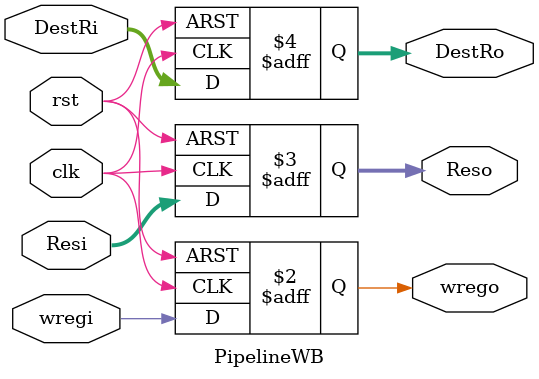
<source format=sv>
module PipelineWB(input clk, rst,
						input wregi,input[31:0]Resi,input [3:0]DestRi,
						output logic wrego,output[31:0]Reso,output logic[3:0]DestRo);
	always_ff@(posedge clk or posedge rst)
		if(rst) begin
		Reso = 32'h00;
		DestRo = 4'h0;
		wrego = 1'b0;
		end
		else begin
		Reso = Resi;
		DestRo =DestRi;
		wrego = wregi;
		end
endmodule 
</source>
